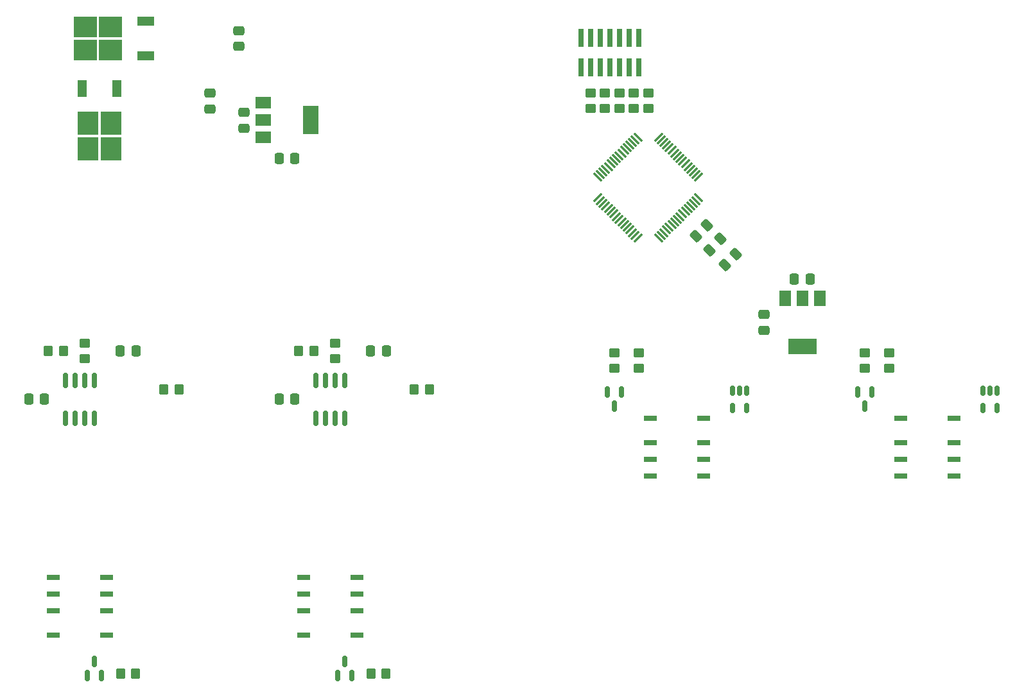
<source format=gbp>
G04 #@! TF.GenerationSoftware,KiCad,Pcbnew,(6.0.7)*
G04 #@! TF.CreationDate,2022-09-12T18:31:15+03:00*
G04 #@! TF.ProjectId,SigGen,53696747-656e-42e6-9b69-6361645f7063,rev?*
G04 #@! TF.SameCoordinates,Original*
G04 #@! TF.FileFunction,Paste,Bot*
G04 #@! TF.FilePolarity,Positive*
%FSLAX46Y46*%
G04 Gerber Fmt 4.6, Leading zero omitted, Abs format (unit mm)*
G04 Created by KiCad (PCBNEW (6.0.7)) date 2022-09-12 18:31:15*
%MOMM*%
%LPD*%
G01*
G04 APERTURE LIST*
G04 Aperture macros list*
%AMRoundRect*
0 Rectangle with rounded corners*
0 $1 Rounding radius*
0 $2 $3 $4 $5 $6 $7 $8 $9 X,Y pos of 4 corners*
0 Add a 4 corners polygon primitive as box body*
4,1,4,$2,$3,$4,$5,$6,$7,$8,$9,$2,$3,0*
0 Add four circle primitives for the rounded corners*
1,1,$1+$1,$2,$3*
1,1,$1+$1,$4,$5*
1,1,$1+$1,$6,$7*
1,1,$1+$1,$8,$9*
0 Add four rect primitives between the rounded corners*
20,1,$1+$1,$2,$3,$4,$5,0*
20,1,$1+$1,$4,$5,$6,$7,0*
20,1,$1+$1,$6,$7,$8,$9,0*
20,1,$1+$1,$8,$9,$2,$3,0*%
G04 Aperture macros list end*
%ADD10R,3.050000X2.750000*%
%ADD11R,2.200000X1.200000*%
%ADD12RoundRect,0.250000X0.450000X-0.350000X0.450000X0.350000X-0.450000X0.350000X-0.450000X-0.350000X0*%
%ADD13RoundRect,0.150000X-0.150000X0.512500X-0.150000X-0.512500X0.150000X-0.512500X0.150000X0.512500X0*%
%ADD14RoundRect,0.250000X-0.450000X0.350000X-0.450000X-0.350000X0.450000X-0.350000X0.450000X0.350000X0*%
%ADD15RoundRect,0.250000X-0.350000X-0.450000X0.350000X-0.450000X0.350000X0.450000X-0.350000X0.450000X0*%
%ADD16RoundRect,0.150000X-0.150000X0.825000X-0.150000X-0.825000X0.150000X-0.825000X0.150000X0.825000X0*%
%ADD17R,1.800000X0.800000*%
%ADD18R,1.500000X2.000000*%
%ADD19R,3.800000X2.000000*%
%ADD20RoundRect,0.250000X-0.475000X0.337500X-0.475000X-0.337500X0.475000X-0.337500X0.475000X0.337500X0*%
%ADD21RoundRect,0.150000X-0.150000X0.587500X-0.150000X-0.587500X0.150000X-0.587500X0.150000X0.587500X0*%
%ADD22RoundRect,0.250000X0.337500X0.475000X-0.337500X0.475000X-0.337500X-0.475000X0.337500X-0.475000X0*%
%ADD23R,2.750000X3.050000*%
%ADD24R,1.200000X2.200000*%
%ADD25RoundRect,0.150000X0.150000X-0.587500X0.150000X0.587500X-0.150000X0.587500X-0.150000X-0.587500X0*%
%ADD26RoundRect,0.075000X0.548008X-0.441942X-0.441942X0.548008X-0.548008X0.441942X0.441942X-0.548008X0*%
%ADD27RoundRect,0.075000X0.548008X0.441942X0.441942X0.548008X-0.548008X-0.441942X-0.441942X-0.548008X0*%
%ADD28RoundRect,0.250000X-0.097227X0.574524X-0.574524X0.097227X0.097227X-0.574524X0.574524X-0.097227X0*%
%ADD29RoundRect,0.250000X0.097227X-0.574524X0.574524X-0.097227X-0.097227X0.574524X-0.574524X0.097227X0*%
%ADD30RoundRect,0.250000X0.475000X-0.337500X0.475000X0.337500X-0.475000X0.337500X-0.475000X-0.337500X0*%
%ADD31R,0.740000X2.400000*%
%ADD32RoundRect,0.250000X0.350000X0.450000X-0.350000X0.450000X-0.350000X-0.450000X0.350000X-0.450000X0*%
%ADD33R,2.000000X1.500000*%
%ADD34R,2.000000X3.800000*%
G04 APERTURE END LIST*
D10*
X50200000Y-25145000D03*
X53550000Y-28195000D03*
X50200000Y-28195000D03*
X53550000Y-25145000D03*
D11*
X58175000Y-24390000D03*
X58175000Y-28950000D03*
D12*
X116840000Y-35925000D03*
X116840000Y-33925000D03*
D13*
X135575000Y-73157500D03*
X136525000Y-73157500D03*
X137475000Y-73157500D03*
X137475000Y-75432500D03*
X135575000Y-75432500D03*
D14*
X83185000Y-66945000D03*
X83185000Y-68945000D03*
D15*
X60595000Y-73025000D03*
X62595000Y-73025000D03*
D16*
X47625000Y-71820000D03*
X48895000Y-71820000D03*
X50165000Y-71820000D03*
X51435000Y-71820000D03*
X51435000Y-76770000D03*
X50165000Y-76770000D03*
X48895000Y-76770000D03*
X47625000Y-76770000D03*
D17*
X164790000Y-76845000D03*
X164790000Y-80045000D03*
X164790000Y-82245000D03*
X164790000Y-84445000D03*
X157790000Y-84445000D03*
X157790000Y-82245000D03*
X157790000Y-80045000D03*
X157790000Y-76845000D03*
D15*
X45355000Y-67945000D03*
X47355000Y-67945000D03*
D18*
X142480000Y-60985000D03*
X144780000Y-60985000D03*
D19*
X144780000Y-67285000D03*
D18*
X147080000Y-60985000D03*
D20*
X66675000Y-33887500D03*
X66675000Y-35962500D03*
D21*
X119065000Y-73357500D03*
X120965000Y-73357500D03*
X120015000Y-75232500D03*
D14*
X124460000Y-33925000D03*
X124460000Y-35925000D03*
D22*
X77872500Y-42545000D03*
X75797500Y-42545000D03*
D23*
X50545000Y-37890000D03*
X50545000Y-41240000D03*
X53595000Y-41240000D03*
X53595000Y-37890000D03*
D24*
X49790000Y-33265000D03*
X54350000Y-33265000D03*
D17*
X131770000Y-76845000D03*
X131770000Y-80045000D03*
X131770000Y-82245000D03*
X131770000Y-84445000D03*
X124770000Y-84445000D03*
X124770000Y-82245000D03*
X124770000Y-80045000D03*
X124770000Y-76845000D03*
D21*
X152085000Y-73357500D03*
X153985000Y-73357500D03*
X153035000Y-75232500D03*
D25*
X85405000Y-110792500D03*
X83505000Y-110792500D03*
X84455000Y-108917500D03*
D22*
X145817500Y-58420000D03*
X143742500Y-58420000D03*
D20*
X71120000Y-36427500D03*
X71120000Y-38502500D03*
D26*
X131124481Y-47716181D03*
X130770928Y-48069734D03*
X130417375Y-48423287D03*
X130063821Y-48776841D03*
X129710268Y-49130394D03*
X129356714Y-49483948D03*
X129003161Y-49837501D03*
X128649608Y-50191054D03*
X128296054Y-50544608D03*
X127942501Y-50898161D03*
X127588948Y-51251714D03*
X127235394Y-51605268D03*
X126881841Y-51958821D03*
X126528287Y-52312375D03*
X126174734Y-52665928D03*
X125821181Y-53019481D03*
D27*
X123098819Y-53019481D03*
X122745266Y-52665928D03*
X122391713Y-52312375D03*
X122038159Y-51958821D03*
X121684606Y-51605268D03*
X121331052Y-51251714D03*
X120977499Y-50898161D03*
X120623946Y-50544608D03*
X120270392Y-50191054D03*
X119916839Y-49837501D03*
X119563286Y-49483948D03*
X119209732Y-49130394D03*
X118856179Y-48776841D03*
X118502625Y-48423287D03*
X118149072Y-48069734D03*
X117795519Y-47716181D03*
D26*
X117795519Y-44993819D03*
X118149072Y-44640266D03*
X118502625Y-44286713D03*
X118856179Y-43933159D03*
X119209732Y-43579606D03*
X119563286Y-43226052D03*
X119916839Y-42872499D03*
X120270392Y-42518946D03*
X120623946Y-42165392D03*
X120977499Y-41811839D03*
X121331052Y-41458286D03*
X121684606Y-41104732D03*
X122038159Y-40751179D03*
X122391713Y-40397625D03*
X122745266Y-40044072D03*
X123098819Y-39690519D03*
D27*
X125821181Y-39690519D03*
X126174734Y-40044072D03*
X126528287Y-40397625D03*
X126881841Y-40751179D03*
X127235394Y-41104732D03*
X127588948Y-41458286D03*
X127942501Y-41811839D03*
X128296054Y-42165392D03*
X128649608Y-42518946D03*
X129003161Y-42872499D03*
X129356714Y-43226052D03*
X129710268Y-43579606D03*
X130063821Y-43933159D03*
X130417375Y-44286713D03*
X130770928Y-44640266D03*
X131124481Y-44993819D03*
D20*
X70485000Y-25632500D03*
X70485000Y-27707500D03*
D28*
X132178623Y-51336377D03*
X130711377Y-52803623D03*
D12*
X120650000Y-35925000D03*
X120650000Y-33925000D03*
D14*
X50165000Y-66945000D03*
X50165000Y-68945000D03*
D17*
X79050000Y-105400000D03*
X79050000Y-102200000D03*
X79050000Y-100000000D03*
X79050000Y-97800000D03*
X86050000Y-97800000D03*
X86050000Y-100000000D03*
X86050000Y-102200000D03*
X86050000Y-105400000D03*
D15*
X93615000Y-73025000D03*
X95615000Y-73025000D03*
D22*
X44852500Y-74295000D03*
X42777500Y-74295000D03*
D16*
X80645000Y-71820000D03*
X81915000Y-71820000D03*
X83185000Y-71820000D03*
X84455000Y-71820000D03*
X84455000Y-76770000D03*
X83185000Y-76770000D03*
X81915000Y-76770000D03*
X80645000Y-76770000D03*
D29*
X134521377Y-56613623D03*
X135988623Y-55146377D03*
D22*
X77872500Y-74295000D03*
X75797500Y-74295000D03*
D12*
X122555000Y-35925000D03*
X122555000Y-33925000D03*
D30*
X139700000Y-65172500D03*
X139700000Y-63097500D03*
D17*
X46030000Y-105400000D03*
X46030000Y-102200000D03*
X46030000Y-100000000D03*
X46030000Y-97800000D03*
X53030000Y-97800000D03*
X53030000Y-100000000D03*
X53030000Y-102200000D03*
X53030000Y-105400000D03*
D14*
X123190000Y-68215000D03*
X123190000Y-70215000D03*
X120015000Y-68215000D03*
X120015000Y-70215000D03*
D31*
X115570000Y-26625000D03*
X115570000Y-30525000D03*
X116840000Y-26625000D03*
X116840000Y-30525000D03*
X118110000Y-26625000D03*
X118110000Y-30525000D03*
X119380000Y-26625000D03*
X119380000Y-30525000D03*
X120650000Y-26625000D03*
X120650000Y-30525000D03*
X121920000Y-26625000D03*
X121920000Y-30525000D03*
X123190000Y-26625000D03*
X123190000Y-30525000D03*
D14*
X153035000Y-68215000D03*
X153035000Y-70215000D03*
D28*
X133974674Y-53132428D03*
X132507428Y-54599674D03*
D15*
X78375000Y-67945000D03*
X80375000Y-67945000D03*
D22*
X56917500Y-67945000D03*
X54842500Y-67945000D03*
D12*
X118745000Y-35925000D03*
X118745000Y-33925000D03*
D22*
X89937500Y-67945000D03*
X87862500Y-67945000D03*
D25*
X52385000Y-110792500D03*
X50485000Y-110792500D03*
X51435000Y-108917500D03*
D32*
X89900000Y-110490000D03*
X87900000Y-110490000D03*
X56880000Y-110490000D03*
X54880000Y-110490000D03*
D13*
X168595000Y-73157500D03*
X169545000Y-73157500D03*
X170495000Y-73157500D03*
X170495000Y-75432500D03*
X168595000Y-75432500D03*
D33*
X73685000Y-39765000D03*
D34*
X79985000Y-37465000D03*
D33*
X73685000Y-37465000D03*
X73685000Y-35165000D03*
D14*
X156210000Y-68215000D03*
X156210000Y-70215000D03*
M02*

</source>
